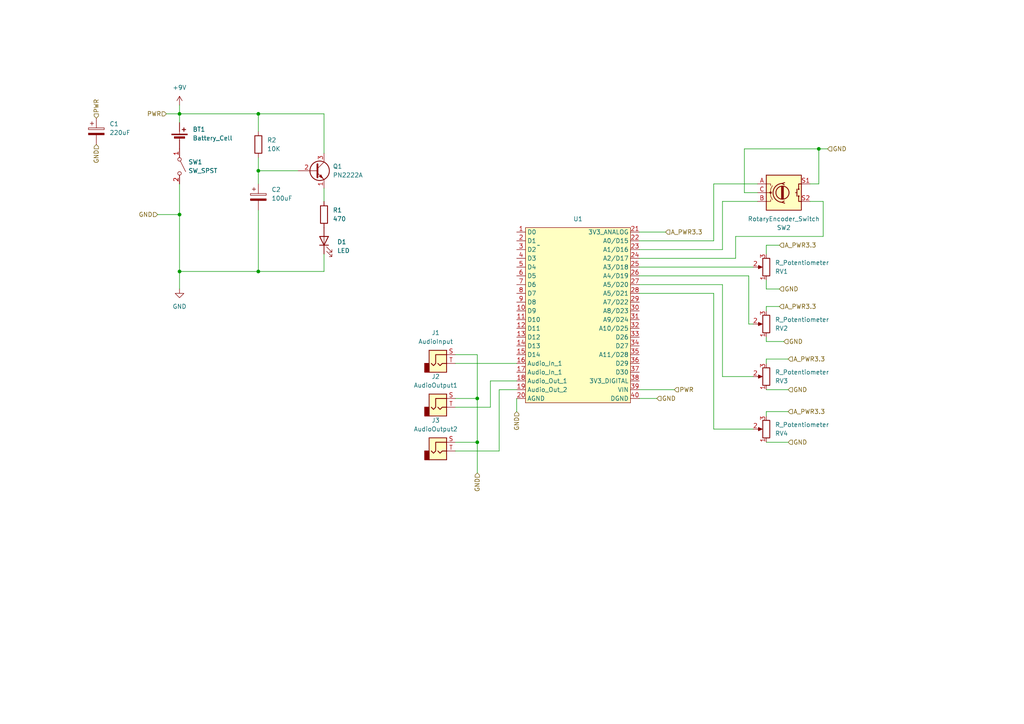
<source format=kicad_sch>
(kicad_sch (version 20230121) (generator eeschema)
  (paper "A4")
  (lib_symbols
    (symbol "Connector_Audio:AudioJack2"
      (property "Reference" "J" (at 0 8.89 0))
      (property "Value" "AudioJack2" (at 0 6.35 0))
      (symbol "AudioJack2_0_1"
        (rectangle (start -3.81 0) (end -2.54 -2.54) (stroke (width 0.254)) (fill (type outline)))
        (rectangle (start -2.54 3.81) (end 2.54 -2.54) (stroke (width 0.254)) (fill (type background)))
        (polyline (pts (xy 0 0) (xy 0.635 -0.635) (xy 1.27 0) (xy 2.54 0)) (stroke (width 0.254)))
        (polyline (pts (xy 2.54 2.54) (xy -0.635 2.54) (xy -0.635 0) (xy -1.27 -0.635) (xy -1.905 0)) (stroke (width 0.254)))
      )
      (symbol "AudioJack2_1_1"
        (pin passive line (at 5.08 2.54 180) (length 2.54) (name "~") (number "S"))
        (pin passive line (at 5.08 0 180) (length 2.54) (name "~") (number "T"))
      )
    )
    (symbol "Device:Battery_Cell" (pin_numbers hide) (pin_names (offset 0) hide)
      (property "Reference" "BT" (at 2.54 2.54 0))
      (property "Value" "Battery_Cell" (at 2.54 0 0))
      (symbol "Battery_Cell_0_1"
        (rectangle (start -2.286 1.778) (end 2.286 1.524) (fill (type outline)))
        (rectangle (start -1.524 1.016) (end 1.524 0.508) (fill (type outline)))
        (polyline (pts (xy 0 0.762) (xy 0 0)))
        (polyline (pts (xy 0 1.778) (xy 0 2.54)))
        (polyline (pts (xy 0.762 3.048) (xy 1.778 3.048)) (stroke (width 0.254)))
        (polyline (pts (xy 1.27 3.556) (xy 1.27 2.54)) (stroke (width 0.254)))
      )
      (symbol "Battery_Cell_1_1"
        (pin passive line (at 0 5.08 270) (length 2.54) (name "+") (number "1"))
        (pin passive line (at 0 -2.54 90) (length 2.54) (name "-") (number "2"))
      )
    )
    (symbol "Device:C_Polarized" (pin_numbers hide) (pin_names (offset 0.254))
      (property "Reference" "C" (at 0.635 2.54 0))
      (property "Value" "C_Polarized" (at 0.635 -2.54 0))
      (symbol "C_Polarized_0_1"
        (rectangle (start -2.286 0.508) (end 2.286 1.016))
        (polyline (pts (xy -1.778 2.286) (xy -0.762 2.286)))
        (polyline (pts (xy -1.27 2.794) (xy -1.27 1.778)))
        (rectangle (start 2.286 -0.508) (end -2.286 -1.016) (fill (type outline)))
      )
      (symbol "C_Polarized_1_1"
        (pin passive line (at 0 3.81 270) (length 2.794) (name "~") (number "1"))
        (pin passive line (at 0 -3.81 90) (length 2.794) (name "~") (number "2"))
      )
    )
    (symbol "Device:LED" (pin_numbers hide) (pin_names (offset 1.016) hide)
      (property "Reference" "D" (at 0 2.54 0))
      (property "Value" "LED" (at 0 -2.54 0))
      (symbol "LED_0_1"
        (polyline (pts (xy -1.27 -1.27) (xy -1.27 1.27)) (stroke (width 0.254)))
        (polyline (pts (xy -1.27 0) (xy 1.27 0)))
        (polyline (pts (xy 1.27 -1.27) (xy 1.27 1.27) (xy -1.27 0) (xy 1.27 -1.27)) (stroke (width 0.254)))
        (polyline (pts (xy -3.048 -0.762) (xy -4.572 -2.286) (xy -3.81 -2.286) (xy -4.572 -2.286) (xy -4.572 -1.524)))
        (polyline (pts (xy -1.778 -0.762) (xy -3.302 -2.286) (xy -2.54 -2.286) (xy -3.302 -2.286) (xy -3.302 -1.524)))
      )
      (symbol "LED_1_1"
        (pin passive line (at -3.81 0 0) (length 2.54) (name "K") (number "1"))
        (pin passive line (at 3.81 0 180) (length 2.54) (name "A") (number "2"))
      )
    )
    (symbol "Device:R" (pin_numbers hide) (pin_names (offset 0))
      (property "Reference" "R" (at 2.032 0 90))
      (property "Value" "R" (at 0 0 90))
      (symbol "R_0_1"
        (rectangle (start -1.016 -2.54) (end 1.016 2.54) (stroke (width 0.254)))
      )
      (symbol "R_1_1"
        (pin passive line (at 0 3.81 270) (length 1.27) (name "~") (number "1"))
        (pin passive line (at 0 -3.81 90) (length 1.27) (name "~") (number "2"))
      )
    )
    (symbol "Device:R_Potentiometer" (pin_names (offset 1.016) hide)
      (property "Reference" "RV" (at -4.445 0 90))
      (property "Value" "R_Potentiometer" (at -2.54 0 90))
      (symbol "R_Potentiometer_0_1"
        (polyline (pts (xy 2.54 0) (xy 1.524 0)))
        (polyline (pts (xy 1.143 0) (xy 2.286 0.508) (xy 2.286 -0.508) (xy 1.143 0)) (fill (type outline)))
        (rectangle (start 1.016 2.54) (end -1.016 -2.54) (stroke (width 0.254)))
      )
      (symbol "R_Potentiometer_1_1"
        (pin passive line (at 0 3.81 270) (length 1.27) (name "1") (number "1"))
        (pin passive line (at 3.81 0 180) (length 1.27) (name "2") (number "2"))
        (pin passive line (at 0 -3.81 90) (length 1.27) (name "3") (number "3"))
      )
    )
    (symbol "Device:RotaryEncoder_Switch" (pin_names (offset 0.254) hide)
      (property "Reference" "SW" (at 0 6.604 0))
      (property "Value" "RotaryEncoder_Switch" (at 0 -6.604 0))
      (symbol "RotaryEncoder_Switch_0_1"
        (rectangle (start -5.08 5.08) (end 5.08 -5.08) (stroke (width 0.254)) (fill (type background)))
        (circle (center -3.81 0) (radius 0.254) (fill (type outline)))
        (circle (center -0.381 0) (radius 1.905) (stroke (width 0.254)))
        (arc (start -0.381 2.667) (mid -3.0988 -0.0635) (end -0.381 -2.794) (stroke (width 0.254)))
        (polyline (pts (xy -0.635 -1.778) (xy -0.635 1.778)) (stroke (width 0.254)))
        (polyline (pts (xy -0.381 -1.778) (xy -0.381 1.778)) (stroke (width 0.254)))
        (polyline (pts (xy -0.127 1.778) (xy -0.127 -1.778)) (stroke (width 0.254)))
        (polyline (pts (xy 3.81 0) (xy 3.429 0)) (stroke (width 0.254)))
        (polyline (pts (xy 3.81 1.016) (xy 3.81 -1.016)) (stroke (width 0.254)))
        (polyline (pts (xy -5.08 -2.54) (xy -3.81 -2.54) (xy -3.81 -2.032)))
        (polyline (pts (xy -5.08 2.54) (xy -3.81 2.54) (xy -3.81 2.032)))
        (polyline (pts (xy 0.254 -3.048) (xy -0.508 -2.794) (xy 0.127 -2.413)) (stroke (width 0.254)))
        (polyline (pts (xy 0.254 2.921) (xy -0.508 2.667) (xy 0.127 2.286)) (stroke (width 0.254)))
        (polyline (pts (xy 5.08 -2.54) (xy 4.318 -2.54) (xy 4.318 -1.016)) (stroke (width 0.254)))
        (polyline (pts (xy 5.08 2.54) (xy 4.318 2.54) (xy 4.318 1.016)) (stroke (width 0.254)))
        (polyline (pts (xy -5.08 0) (xy -3.81 0) (xy -3.81 -1.016) (xy -3.302 -2.032)))
        (polyline (pts (xy -4.318 0) (xy -3.81 0) (xy -3.81 1.016) (xy -3.302 2.032)))
        (circle (center 4.318 -1.016) (radius 0.127) (stroke (width 0.254)))
        (circle (center 4.318 1.016) (radius 0.127) (stroke (width 0.254)))
      )
      (symbol "RotaryEncoder_Switch_1_1"
        (pin passive line (at -7.62 2.54 0) (length 2.54) (name "A") (number "A"))
        (pin passive line (at -7.62 -2.54 0) (length 2.54) (name "B") (number "B"))
        (pin passive line (at -7.62 0 0) (length 2.54) (name "C") (number "C"))
        (pin passive line (at 7.62 2.54 180) (length 2.54) (name "S1") (number "S1"))
        (pin passive line (at 7.62 -2.54 180) (length 2.54) (name "S2") (number "S2"))
      )
    )
    (symbol "Electrosmith_personal:daisy_seed"
      (property "Reference" "U" (at 0 0 0))
      (symbol "daisy_seed_1_1"
        (rectangle (start -15.24 5.08) (end 15.24 -45.72) (fill (type background)))
        (pin bidirectional line (at -17.78 3.81 0) (length 2.54) (name "D0") (number "1"))
        (pin bidirectional line (at -17.78 -19.05 0) (length 2.54) (name "D9") (number "10"))
        (pin bidirectional line (at -17.78 -21.59 0) (length 2.54) (name "D10") (number "11"))
        (pin bidirectional line (at -17.78 -24.13 0) (length 2.54) (name "D11") (number "12"))
        (pin bidirectional line (at -17.78 -26.67 0) (length 2.54) (name "D12") (number "13"))
        (pin bidirectional line (at -17.78 -29.21 0) (length 2.54) (name "D13") (number "14"))
        (pin bidirectional line (at -17.78 -31.75 0) (length 2.54) (name "D14") (number "15"))
        (pin input line (at -17.78 -34.29 0) (length 2.54) (name "Audio_In_1") (number "16"))
        (pin input line (at -17.78 -36.83 0) (length 2.54) (name "Audio_In_1") (number "17"))
        (pin output line (at -17.78 -39.37 0) (length 2.54) (name "Audio_Out_1") (number "18"))
        (pin output line (at -17.78 -41.91 0) (length 2.54) (name "Audio_Out_2") (number "19"))
        (pin bidirectional line (at -17.78 1.27 0) (length 2.54) (name "D1") (number "2"))
        (pin power_in line (at -17.78 -44.45 0) (length 2.54) (name "AGND") (number "20"))
        (pin power_out line (at 17.78 3.81 180) (length 2.54) (name "3V3_ANALOG") (number "21"))
        (pin bidirectional line (at 17.78 1.27 180) (length 2.54) (name "A0/D15") (number "22"))
        (pin bidirectional line (at 17.78 -1.27 180) (length 2.54) (name "A1/D16") (number "23"))
        (pin bidirectional line (at 17.78 -3.81 180) (length 2.54) (name "A2/D17") (number "24"))
        (pin bidirectional line (at 17.78 -6.35 180) (length 2.54) (name "A3/D18") (number "25"))
        (pin bidirectional line (at 17.78 -8.89 180) (length 2.54) (name "A4/D19") (number "26"))
        (pin bidirectional line (at 17.78 -11.43 180) (length 2.54) (name "A5/D20") (number "27"))
        (pin bidirectional line (at 17.78 -13.97 180) (length 2.54) (name "A5/D21") (number "28"))
        (pin bidirectional line (at 17.78 -16.51 180) (length 2.54) (name "A7/D22") (number "29"))
        (pin bidirectional line (at -17.78 -1.27 0) (length 2.54) (name "D2") (number "3"))
        (pin bidirectional line (at 17.78 -19.05 180) (length 2.54) (name "A8/D23") (number "30"))
        (pin bidirectional line (at 17.78 -21.59 180) (length 2.54) (name "A9/D24") (number "31"))
        (pin bidirectional line (at 17.78 -24.13 180) (length 2.54) (name "A10/D25") (number "32"))
        (pin bidirectional line (at 17.78 -26.67 180) (length 2.54) (name "D26") (number "33"))
        (pin bidirectional line (at 17.78 -29.21 180) (length 2.54) (name "D27") (number "34"))
        (pin bidirectional line (at 17.78 -31.75 180) (length 2.54) (name "A11/D28") (number "35"))
        (pin bidirectional line (at 17.78 -34.29 180) (length 2.54) (name "D29") (number "36"))
        (pin bidirectional line (at 17.78 -36.83 180) (length 2.54) (name "D30") (number "37"))
        (pin power_out line (at 17.78 -39.37 180) (length 2.54) (name "3V3_DIGITAL") (number "38"))
        (pin power_in line (at 17.78 -41.91 180) (length 2.54) (name "VIN") (number "39"))
        (pin bidirectional line (at -17.78 -3.81 0) (length 2.54) (name "D3") (number "4"))
        (pin power_in line (at 17.78 -44.45 180) (length 2.54) (name "DGND") (number "40"))
        (pin bidirectional line (at -17.78 -6.35 0) (length 2.54) (name "D4") (number "5"))
        (pin bidirectional line (at -17.78 -8.89 0) (length 2.54) (name "D5") (number "6"))
        (pin bidirectional line (at -17.78 -11.43 0) (length 2.54) (name "D6") (number "7"))
        (pin bidirectional line (at -17.78 -13.97 0) (length 2.54) (name "D7") (number "8"))
        (pin bidirectional line (at -17.78 -16.51 0) (length 2.54) (name "D8") (number "9"))
      )
    )
    (symbol "Switch:SW_SPST" (pin_names (offset 0) hide)
      (property "Reference" "SW" (at 0 3.175 0))
      (property "Value" "SW_SPST" (at 0 -2.54 0))
      (symbol "SW_SPST_0_0"
        (circle (center -2.032 0) (radius 0.508))
        (polyline (pts (xy -1.524 0.254) (xy 1.524 1.778)))
        (circle (center 2.032 0) (radius 0.508))
      )
      (symbol "SW_SPST_1_1"
        (pin passive line (at -5.08 0 0) (length 2.54) (name "A") (number "1"))
        (pin passive line (at 5.08 0 180) (length 2.54) (name "B") (number "2"))
      )
    )
    (symbol "Transistor_BJT:PN2222A" (pin_names (offset 0) hide)
      (property "Reference" "Q" (at 5.08 1.905 0))
      (property "Value" "PN2222A" (at 5.08 0 0))
      (symbol "PN2222A_0_1"
        (polyline (pts (xy 0 0) (xy 0.635 0)))
        (polyline (pts (xy 2.54 -2.54) (xy 0.635 -0.635)))
        (polyline (pts (xy 2.54 2.54) (xy 0.635 0.635)))
        (polyline (pts (xy 0.635 1.905) (xy 0.635 -1.905) (xy 0.635 -1.905)) (stroke (width 0.508)))
        (polyline (pts (xy 2.413 -2.413) (xy 1.905 -1.905) (xy 1.905 -1.905)))
        (polyline (pts (xy 1.143 -1.651) (xy 1.651 -1.143) (xy 2.159 -2.159) (xy 1.143 -1.651) (xy 1.143 -1.651)) (fill (type outline)))
        (circle (center 1.27 0) (radius 2.8194) (stroke (width 0.254)))
      )
      (symbol "PN2222A_1_1"
        (pin passive line (at 2.54 -5.08 90) (length 2.54) (name "E") (number "1"))
        (pin input line (at -5.08 0 0) (length 5.08) (name "B") (number "2"))
        (pin passive line (at 2.54 5.08 270) (length 2.54) (name "C") (number "3"))
      )
    )
    (symbol "power:+9V" (power) (pin_names (offset 0))
      (property "Value" "+9V" (at 0 3.556 0))
      (symbol "+9V_0_1"
        (polyline (pts (xy -0.762 1.27) (xy 0 2.54)))
        (polyline (pts (xy 0 0) (xy 0 2.54)))
        (polyline (pts (xy 0 2.54) (xy 0.762 1.27)))
      )
      (symbol "+9V_1_1"
        (pin power_in line (at 0 0 90) (length 0) hide (name "+9V") (number "1"))
      )
    )
    (symbol "power:GND" (power) (pin_names (offset 0))
      (property "Value" "GND" (at 0 -3.81 0))
      (symbol "GND_0_1"
        (polyline (pts (xy 0 0) (xy 0 -1.27) (xy 1.27 -1.27) (xy 0 -2.54) (xy -1.27 -1.27) (xy 0 -1.27)))
      )
      (symbol "GND_1_1"
        (pin power_in line (at 0 0 270) (length 0) hide (name "GND") (number "1"))
      )
    )
  )
  (junction (at 52.07 33.02))
  (junction (at 138.43 115.57))
  (junction (at 74.93 78.74))
  (junction (at 52.07 62.23))
  (junction (at 237.49 43.18))
  (junction (at 52.07 78.74))
  (junction (at 74.93 33.02))
  (junction (at 138.43 128.27))
  (junction (at 74.93 49.53))
  (wire (pts (xy 144.78 130.81) (xy 144.78 113.03)))
  (wire (pts (xy 226.06 71.12) (xy 222.25 71.12)))
  (wire (pts (xy 52.07 33.02) (xy 52.07 35.56)))
  (wire (pts (xy 209.55 109.22) (xy 209.55 82.55)))
  (wire (pts (xy 217.17 80.01) (xy 185.42 80.01)))
  (wire (pts (xy 240.03 43.18) (xy 237.49 43.18)))
  (wire (pts (xy 238.76 68.58) (xy 213.36 68.58)))
  (wire (pts (xy 74.93 49.53) (xy 86.36 49.53)))
  (wire (pts (xy 132.08 118.11) (xy 142.24 118.11)))
  (wire (pts (xy 138.43 115.57) (xy 138.43 102.87)))
  (wire (pts (xy 234.95 58.42) (xy 238.76 58.42)))
  (wire (pts (xy 222.25 71.12) (xy 222.25 73.66)))
  (wire (pts (xy 209.55 82.55) (xy 185.42 82.55)))
  (wire (pts (xy 52.07 33.02) (xy 74.93 33.02)))
  (wire (pts (xy 149.86 115.57) (xy 149.86 119.38)))
  (wire (pts (xy 74.93 33.02) (xy 93.98 33.02)))
  (wire (pts (xy 132.08 128.27) (xy 138.43 128.27)))
  (wire (pts (xy 219.71 58.42) (xy 209.55 58.42)))
  (wire (pts (xy 45.72 62.23) (xy 52.07 62.23)))
  (wire (pts (xy 207.01 85.09) (xy 207.01 124.46)))
  (wire (pts (xy 138.43 137.16) (xy 138.43 128.27)))
  (wire (pts (xy 93.98 33.02) (xy 93.98 44.45)))
  (wire (pts (xy 144.78 113.03) (xy 149.86 113.03)))
  (wire (pts (xy 222.25 90.17) (xy 222.25 88.9)))
  (wire (pts (xy 228.6 119.38) (xy 222.25 119.38)))
  (wire (pts (xy 218.44 109.22) (xy 209.55 109.22)))
  (wire (pts (xy 207.01 53.34) (xy 207.01 69.85)))
  (wire (pts (xy 237.49 43.18) (xy 237.49 53.34)))
  (wire (pts (xy 222.25 119.38) (xy 222.25 120.65)))
  (wire (pts (xy 219.71 53.34) (xy 207.01 53.34)))
  (wire (pts (xy 213.36 74.93) (xy 185.42 74.93)))
  (wire (pts (xy 207.01 69.85) (xy 185.42 69.85)))
  (wire (pts (xy 219.71 55.88) (xy 215.9 55.88)))
  (wire (pts (xy 138.43 102.87) (xy 132.08 102.87)))
  (wire (pts (xy 209.55 72.39) (xy 185.42 72.39)))
  (wire (pts (xy 74.93 78.74) (xy 52.07 78.74)))
  (wire (pts (xy 132.08 115.57) (xy 138.43 115.57)))
  (wire (pts (xy 237.49 43.18) (xy 215.9 43.18)))
  (wire (pts (xy 52.07 78.74) (xy 52.07 83.82)))
  (wire (pts (xy 93.98 73.66) (xy 93.98 78.74)))
  (wire (pts (xy 217.17 93.98) (xy 218.44 93.98)))
  (wire (pts (xy 226.06 88.9) (xy 222.25 88.9)))
  (wire (pts (xy 228.6 104.14) (xy 222.25 104.14)))
  (wire (pts (xy 74.93 45.72) (xy 74.93 49.53)))
  (wire (pts (xy 185.42 113.03) (xy 195.58 113.03)))
  (wire (pts (xy 74.93 33.02) (xy 74.93 38.1)))
  (wire (pts (xy 138.43 128.27) (xy 138.43 115.57)))
  (wire (pts (xy 142.24 118.11) (xy 142.24 110.49)))
  (wire (pts (xy 227.33 99.06) (xy 222.25 99.06)))
  (wire (pts (xy 209.55 58.42) (xy 209.55 72.39)))
  (wire (pts (xy 93.98 78.74) (xy 74.93 78.74)))
  (wire (pts (xy 207.01 124.46) (xy 218.44 124.46)))
  (wire (pts (xy 142.24 110.49) (xy 149.86 110.49)))
  (wire (pts (xy 185.42 77.47) (xy 218.44 77.47)))
  (wire (pts (xy 222.25 83.82) (xy 222.25 81.28)))
  (wire (pts (xy 52.07 53.34) (xy 52.07 62.23)))
  (wire (pts (xy 228.6 113.03) (xy 222.25 113.03)))
  (wire (pts (xy 222.25 99.06) (xy 222.25 97.79)))
  (wire (pts (xy 74.93 49.53) (xy 74.93 53.34)))
  (wire (pts (xy 185.42 115.57) (xy 190.5 115.57)))
  (wire (pts (xy 132.08 130.81) (xy 144.78 130.81)))
  (wire (pts (xy 132.08 105.41) (xy 149.86 105.41)))
  (wire (pts (xy 52.07 62.23) (xy 52.07 78.74)))
  (wire (pts (xy 213.36 68.58) (xy 213.36 74.93)))
  (wire (pts (xy 222.25 105.41) (xy 222.25 104.14)))
  (wire (pts (xy 226.06 83.82) (xy 222.25 83.82)))
  (wire (pts (xy 237.49 53.34) (xy 234.95 53.34)))
  (wire (pts (xy 48.26 33.02) (xy 52.07 33.02)))
  (wire (pts (xy 185.42 85.09) (xy 207.01 85.09)))
  (wire (pts (xy 52.07 33.02) (xy 52.07 30.48)))
  (wire (pts (xy 215.9 43.18) (xy 215.9 55.88)))
  (wire (pts (xy 228.6 128.27) (xy 222.25 128.27)))
  (wire (pts (xy 185.42 67.31) (xy 193.04 67.31)))
  (wire (pts (xy 93.98 54.61) (xy 93.98 58.42)))
  (wire (pts (xy 74.93 60.96) (xy 74.93 78.74)))
  (wire (pts (xy 217.17 93.98) (xy 217.17 80.01)))
  (wire (pts (xy 238.76 58.42) (xy 238.76 68.58)))
  (hierarchical_label "GND" (shape input) (at 190.5 115.57 0))
  (hierarchical_label "GND" (shape input) (at 27.94 41.91 270))
  (hierarchical_label "A_PWR3.3" (shape input) (at 228.6 119.38 0))
  (hierarchical_label "A_PWR3.3" (shape input) (at 226.06 71.12 0))
  (hierarchical_label "GND" (shape input) (at 138.43 137.16 270))
  (hierarchical_label "GND" (shape input) (at 240.03 43.18 0))
  (hierarchical_label "GND" (shape input) (at 149.86 119.38 270))
  (hierarchical_label "GND" (shape input) (at 226.06 83.82 0))
  (hierarchical_label "GND" (shape input) (at 228.6 128.27 0))
  (hierarchical_label "PWR" (shape input) (at 195.58 113.03 0))
  (hierarchical_label "GND" (shape input) (at 228.6 113.03 0))
  (hierarchical_label "GND" (shape input) (at 45.72 62.23 180))
  (hierarchical_label "PWR" (shape input) (at 48.26 33.02 180))
  (hierarchical_label "A_PWR3.3" (shape input) (at 226.06 88.9 0))
  (hierarchical_label "A_PWR3.3" (shape input) (at 228.6 104.14 0))
  (hierarchical_label "A_PWR3.3" (shape input) (at 193.04 67.31 0))
  (hierarchical_label "PWR" (shape input) (at 27.94 34.29 90))
  (hierarchical_label "GND" (shape input) (at 227.33 99.06 0))
  (symbol (lib_id "Device:C_Polarized") (at 27.94 38.1 0) (unit 1)
    (property "Reference" "C1" (at 31.75 35.941 0) (effects (justify left)))
    (property "Value" "220uF" (at 31.75 38.481 0) (effects (justify left)))
    (property "Footprint" "Capacitor_THT:CP_Radial_D6.3mm_P2.50mm" (effects hide))
  )
  (symbol (lib_id "power:+9V") (at 52.07 30.48 0) (unit 1)
    (property "Reference" "#PWR01" (effects hide))
    (property "Value" "+9V" (at 52.07 25.4 0))
  )
  (symbol (lib_id "Device:LED") (at 93.98 69.85 90) (unit 1)
    (property "Reference" "D1" (at 97.79 70.1675 90) (effects (justify right)))
    (property "Value" "LED" (at 97.79 72.7075 90) (effects (justify right)))
    (property "Footprint" "LED_THT:LED_D5.0mm" (effects hide))
  )
  (symbol (lib_id "Device:R_Potentiometer") (at 222.25 77.47 180) (unit 1)
    (property "Reference" "RV1" (at 224.79 78.74 0) (effects (justify right)))
    (property "Value" "R_Potentiometer" (at 224.79 76.2 0) (effects (justify right)))
    (property "Footprint" "Potentiometer_THT:Potentiometer_Alps_RK097_Single_Horizontal" (effects hide))
  )
  (symbol (lib_id "Device:RotaryEncoder_Switch") (at 227.33 55.88 0) (unit 1)
    (property "Reference" "SW2" (at 227.33 66.04 0))
    (property "Value" "RotaryEncoder_Switch" (at 227.33 63.5 0))
    (property "Footprint" "Rotary_Encoder:RotaryEncoder_Alps_EC11E-Switch_Vertical_H20mm" (effects hide))
  )
  (symbol (lib_id "Electrosmith_personal:daisy_seed") (at 167.64 71.12 0) (unit 1)
    (property "Reference" "U1" (at 167.64 63.5 0))
    (property "Value" "~" (at 156.21 71.12 0))
    (property "Footprint" "Library_electrosmith:Device_Audio_Electrosmith_Daisy_Seed" (effects hide))
  )
  (symbol (lib_id "Connector_Audio:AudioJack2") (at 127 118.11 0) (unit 1)
    (property "Reference" "J2" (at 126.365 109.22 0))
    (property "Value" "AudioOutput1" (at 126.365 111.76 0))
    (property "Footprint" "Daisy_Electrosmith:mono_jack" (effects hide))
  )
  (symbol (lib_id "Connector_Audio:AudioJack2") (at 127 130.81 0) (unit 1)
    (property "Reference" "J3" (at 126.365 121.92 0))
    (property "Value" "AudioOutput2" (at 126.365 124.46 0))
    (property "Footprint" "Daisy_Electrosmith:mono_jack" (effects hide))
  )
  (symbol (lib_id "power:GND") (at 52.07 83.82 0) (unit 1)
    (property "Reference" "#PWR02" (effects hide))
    (property "Value" "GND" (at 52.07 88.9 0))
  )
  (symbol (lib_id "Device:R_Potentiometer") (at 222.25 109.22 180) (unit 1)
    (property "Reference" "RV3" (at 224.79 110.49 0) (effects (justify right)))
    (property "Value" "R_Potentiometer" (at 224.79 107.95 0) (effects (justify right)))
    (property "Footprint" "Potentiometer_THT:Potentiometer_Alps_RK097_Single_Horizontal" (effects hide))
  )
  (symbol (lib_id "Device:R") (at 74.93 41.91 180) (unit 1)
    (property "Reference" "R2" (at 77.47 40.64 0) (effects (justify right)))
    (property "Value" "10K" (at 77.47 43.18 0) (effects (justify right)))
    (property "Footprint" "Resistor_THT:R_Axial_DIN0207_L6.3mm_D2.5mm_P7.62mm_Horizontal" (effects hide))
  )
  (symbol (lib_id "Device:R_Potentiometer") (at 222.25 124.46 180) (unit 1)
    (property "Reference" "RV4" (at 224.79 125.73 0) (effects (justify right)))
    (property "Value" "R_Potentiometer" (at 224.79 123.19 0) (effects (justify right)))
    (property "Footprint" "Potentiometer_THT:Potentiometer_Alps_RK097_Single_Horizontal" (effects hide))
  )
  (symbol (lib_id "Connector_Audio:AudioJack2") (at 127 105.41 0) (unit 1)
    (property "Reference" "J1" (at 126.365 96.52 0))
    (property "Value" "AudioInput" (at 126.365 99.06 0))
    (property "Footprint" "Daisy_Electrosmith:mono_jack" (effects hide))
  )
  (symbol (lib_id "Transistor_BJT:PN2222A") (at 91.44 49.53 0) (unit 1)
    (property "Reference" "Q1" (at 96.52 48.26 0) (effects (justify left)))
    (property "Value" "PN2222A" (at 96.52 50.8 0) (effects (justify left)))
    (property "Footprint" "Package_TO_SOT_THT:TO-92_Inline" (effects hide))
    (property "Datasheet" "https://www.onsemi.com/pub/Collateral/PN2222-D.PDF" (effects hide))
  )
  (symbol (lib_id "Device:C_Polarized") (at 74.93 57.15 0) (unit 1)
    (property "Reference" "C2" (at 78.74 54.991 0) (effects (justify left)))
    (property "Value" "100uF" (at 78.74 57.531 0) (effects (justify left)))
    (property "Footprint" "Capacitor_THT:CP_Radial_D6.3mm_P2.50mm" (effects hide))
  )
  (symbol (lib_id "Device:R") (at 93.98 62.23 180) (unit 1)
    (property "Reference" "R1" (at 96.52 60.96 0) (effects (justify right)))
    (property "Value" "470" (at 96.52 63.5 0) (effects (justify right)))
    (property "Footprint" "Resistor_THT:R_Axial_DIN0207_L6.3mm_D2.5mm_P7.62mm_Horizontal" (effects hide))
  )
  (symbol (lib_id "Switch:SW_SPST") (at 52.07 48.26 270) (unit 1)
    (property "Reference" "SW1" (at 54.61 46.99 90) (effects (justify left)))
    (property "Value" "SW_SPST" (at 54.61 49.53 90) (effects (justify left)))
    (property "Footprint" "TestPoint:TestPoint_2Pads_Pitch5.08mm_Drill1.3mm" (effects hide))
  )
  (symbol (lib_id "Device:R_Potentiometer") (at 222.25 93.98 180) (unit 1)
    (property "Reference" "RV2" (at 224.79 95.25 0) (effects (justify right)))
    (property "Value" "R_Potentiometer" (at 224.79 92.71 0) (effects (justify right)))
    (property "Footprint" "Potentiometer_THT:Potentiometer_Alps_RK097_Single_Horizontal" (effects hide))
  )
  (symbol (lib_id "Device:Battery_Cell") (at 52.07 40.64 0) (unit 1)
    (property "Reference" "BT1" (at 55.88 37.5285 0) (effects (justify left)))
    (property "Value" "Battery_Cell" (at 55.88 40.0685 0) (effects (justify left)))
    (property "Footprint" "TestPoint:TestPoint_2Pads_Pitch5.08mm_Drill1.3mm" (effects hide))
  )
)
</source>
